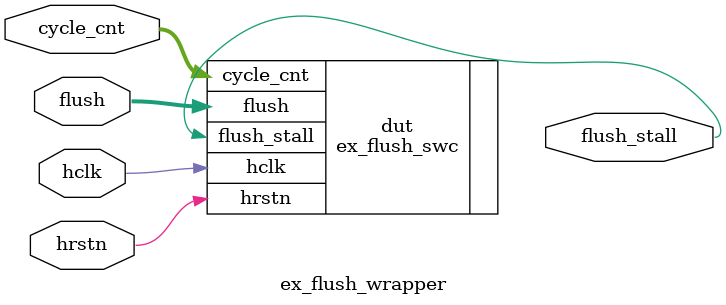
<source format=v>
module ex_flush_wrapper (
    input hclk,
    input hrstn,
    input [3:0] cycle_cnt,
    input [1:0] flush,
    output reg flush_stall
);

    ex_flush_swc dut (
        .hclk(hclk),
        .hrstn(hrstn),
        .cycle_cnt(cycle_cnt),
        .flush(flush),
        .flush_stall(flush_stall)
    );
    initial begin
        $dumpfile(".\vcds\ex_flush_swc.vcd");
        $dumpvars(0, ex_flush_wrapper);
    end
endmodule

</source>
